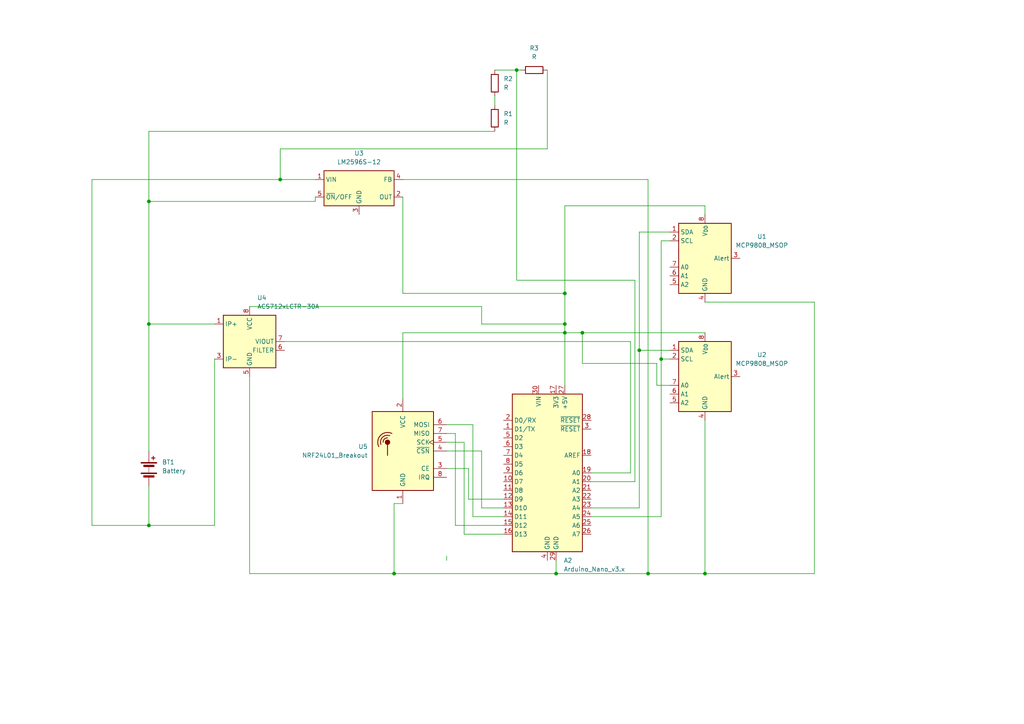
<source format=kicad_sch>
(kicad_sch (version 20231120) (generator "eeschema") (generator_version "8.0")
  (paper "A4")
  (lib_symbols
    (symbol "Device:Battery" (pin_numbers hide) (pin_names (offset 0) hide)
      (property "Reference" "BT" (at 2.54 2.54 0))
      (property "Value" "Battery" (at 2.54 0 0))
      (symbol "Battery_0_1"
        (rectangle (start -2.286 -1.27) (end 2.286 -1.524) (fill (type outline)))
        (rectangle (start -2.286 1.778) (end 2.286 1.524) (fill (type outline)))
        (rectangle (start -1.524 -2.032) (end 1.524 -2.54) (fill (type outline)))
        (rectangle (start -1.524 1.016) (end 1.524 0.508) (fill (type outline)))
        (polyline (pts (xy 0 -1.016) (xy 0 -0.762)))
        (polyline (pts (xy 0 -0.508) (xy 0 -0.254)))
        (polyline (pts (xy 0 0) (xy 0 0.254)))
        (polyline (pts (xy 0 1.778) (xy 0 2.54)))
        (polyline (pts (xy 0.762 3.048) (xy 1.778 3.048)) (stroke (width 0.254)))
        (polyline (pts (xy 1.27 3.556) (xy 1.27 2.54)) (stroke (width 0.254)))
      )
      (symbol "Battery_1_1"
        (pin passive line (at 0 5.08 270) (length 2.54) (name "+") (number "1"))
        (pin passive line (at 0 -5.08 90) (length 2.54) (name "-") (number "2"))
      )
    )
    (symbol "Device:R" (pin_numbers hide) (pin_names (offset 0))
      (property "Reference" "R" (at 2.032 0 90))
      (property "Value" "R" (at 0 0 90))
      (symbol "R_0_1"
        (rectangle (start -1.016 -2.54) (end 1.016 2.54) (stroke (width 0.254)))
      )
      (symbol "R_1_1"
        (pin passive line (at 0 3.81 270) (length 1.27) (name "~") (number "1"))
        (pin passive line (at 0 -3.81 90) (length 1.27) (name "~") (number "2"))
      )
    )
    (symbol "MCU_Module:Arduino_Nano_v3.x"
      (property "Reference" "A" (at -10.16 23.495 0))
      (property "Value" "Arduino_Nano_v3.x" (at 5.08 -24.13 0))
      (symbol "Arduino_Nano_v3.x_0_1"
        (rectangle (start -10.16 22.86) (end 10.16 -22.86) (stroke (width 0.254)) (fill (type background)))
      )
      (symbol "Arduino_Nano_v3.x_1_1"
        (pin bidirectional line (at -12.7 12.7 0) (length 2.54) (name "D1/TX") (number "1"))
        (pin bidirectional line (at -12.7 -2.54 0) (length 2.54) (name "D7") (number "10"))
        (pin bidirectional line (at -12.7 -5.08 0) (length 2.54) (name "D8") (number "11"))
        (pin bidirectional line (at -12.7 -7.62 0) (length 2.54) (name "D9") (number "12"))
        (pin bidirectional line (at -12.7 -10.16 0) (length 2.54) (name "D10") (number "13"))
        (pin bidirectional line (at -12.7 -12.7 0) (length 2.54) (name "D11") (number "14"))
        (pin bidirectional line (at -12.7 -15.24 0) (length 2.54) (name "D12") (number "15"))
        (pin bidirectional line (at -12.7 -17.78 0) (length 2.54) (name "D13") (number "16"))
        (pin power_out line (at 2.54 25.4 270) (length 2.54) (name "3V3") (number "17"))
        (pin input line (at 12.7 5.08 180) (length 2.54) (name "AREF") (number "18"))
        (pin bidirectional line (at 12.7 0 180) (length 2.54) (name "A0") (number "19"))
        (pin bidirectional line (at -12.7 15.24 0) (length 2.54) (name "D0/RX") (number "2"))
        (pin bidirectional line (at 12.7 -2.54 180) (length 2.54) (name "A1") (number "20"))
        (pin bidirectional line (at 12.7 -5.08 180) (length 2.54) (name "A2") (number "21"))
        (pin bidirectional line (at 12.7 -7.62 180) (length 2.54) (name "A3") (number "22"))
        (pin bidirectional line (at 12.7 -10.16 180) (length 2.54) (name "A4") (number "23"))
        (pin bidirectional line (at 12.7 -12.7 180) (length 2.54) (name "A5") (number "24"))
        (pin bidirectional line (at 12.7 -15.24 180) (length 2.54) (name "A6") (number "25"))
        (pin bidirectional line (at 12.7 -17.78 180) (length 2.54) (name "A7") (number "26"))
        (pin power_out line (at 5.08 25.4 270) (length 2.54) (name "+5V") (number "27"))
        (pin input line (at 12.7 15.24 180) (length 2.54) (name "~{RESET}") (number "28"))
        (pin power_in line (at 2.54 -25.4 90) (length 2.54) (name "GND") (number "29"))
        (pin input line (at 12.7 12.7 180) (length 2.54) (name "~{RESET}") (number "3"))
        (pin power_in line (at -2.54 25.4 270) (length 2.54) (name "VIN") (number "30"))
        (pin power_in line (at 0 -25.4 90) (length 2.54) (name "GND") (number "4"))
        (pin bidirectional line (at -12.7 10.16 0) (length 2.54) (name "D2") (number "5"))
        (pin bidirectional line (at -12.7 7.62 0) (length 2.54) (name "D3") (number "6"))
        (pin bidirectional line (at -12.7 5.08 0) (length 2.54) (name "D4") (number "7"))
        (pin bidirectional line (at -12.7 2.54 0) (length 2.54) (name "D5") (number "8"))
        (pin bidirectional line (at -12.7 0 0) (length 2.54) (name "D6") (number "9"))
      )
    )
    (symbol "RF:NRF24L01_Breakout" (pin_names (offset 1.016))
      (property "Reference" "U" (at -8.89 12.7 0))
      (property "Value" "NRF24L01_Breakout" (at 3.81 12.7 0))
      (symbol "NRF24L01_Breakout_0_1"
        (rectangle (start -8.89 11.43) (end 8.89 -11.43) (stroke (width 0.254)) (fill (type background)))
        (polyline (pts (xy 4.445 1.905) (xy 4.445 -1.27)) (stroke (width 0.254)))
        (circle (center 4.445 2.54) (radius 0.635) (stroke (width 0.254)) (fill (type outline)))
        (arc (start 5.715 2.54) (mid 5.3521 3.4546) (end 4.445 3.81) (stroke (width 0.254)))
        (arc (start 6.35 1.905) (mid 5.8763 3.9854) (end 3.81 4.445) (stroke (width 0.254)))
        (arc (start 6.985 1.27) (mid 6.453 4.548) (end 3.175 5.08) (stroke (width 0.254)))
      )
      (symbol "NRF24L01_Breakout_1_1"
        (pin power_in line (at 0 -15.24 90) (length 3.81) (name "GND") (number "1"))
        (pin power_in line (at 0 15.24 270) (length 3.81) (name "VCC") (number "2"))
        (pin input line (at -12.7 -5.08 0) (length 3.81) (name "CE") (number "3"))
        (pin input line (at -12.7 0 0) (length 3.81) (name "~{CSN}") (number "4"))
        (pin input clock (at -12.7 2.54 0) (length 3.81) (name "SCK") (number "5"))
        (pin input line (at -12.7 7.62 0) (length 3.81) (name "MOSI") (number "6"))
        (pin output line (at -12.7 5.08 0) (length 3.81) (name "MISO") (number "7"))
        (pin output line (at -12.7 -7.62 0) (length 3.81) (name "IRQ") (number "8"))
      )
    )
    (symbol "Regulator_Switching:LM2596S-12"
      (property "Reference" "U" (at -10.16 6.35 0))
      (property "Value" "LM2596S-12" (at 0 6.35 0))
      (symbol "LM2596S-12_0_1"
        (rectangle (start -10.16 5.08) (end 10.16 -5.08) (stroke (width 0.254)) (fill (type background)))
      )
      (symbol "LM2596S-12_1_1"
        (pin power_in line (at -12.7 2.54 0) (length 2.54) (name "VIN") (number "1"))
        (pin output line (at 12.7 -2.54 180) (length 2.54) (name "OUT") (number "2"))
        (pin power_in line (at 0 -7.62 90) (length 2.54) (name "GND") (number "3"))
        (pin input line (at 12.7 2.54 180) (length 2.54) (name "FB") (number "4"))
        (pin input line (at -12.7 -2.54 0) (length 2.54) (name "~{ON}/OFF") (number "5"))
      )
    )
    (symbol "Sensor_Current:ACS712xLCTR-30A"
      (property "Reference" "U" (at 2.54 11.43 0))
      (property "Value" "ACS712xLCTR-30A" (at 2.54 8.89 0))
      (symbol "ACS712xLCTR-30A_0_1"
        (rectangle (start -7.62 7.62) (end 7.62 -7.62) (stroke (width 0.254)) (fill (type background)))
      )
      (symbol "ACS712xLCTR-30A_1_1"
        (pin passive line (at -10.16 5.08 0) (length 2.54) (name "IP+") (number "1"))
        (pin passive line (at -10.16 5.08 0) (length 2.54) hide (name "IP+") (number "2"))
        (pin passive line (at -10.16 -5.08 0) (length 2.54) (name "IP-") (number "3"))
        (pin passive line (at -10.16 -5.08 0) (length 2.54) hide (name "IP-") (number "4"))
        (pin power_in line (at 0 -10.16 90) (length 2.54) (name "GND") (number "5"))
        (pin passive line (at 10.16 -2.54 180) (length 2.54) (name "FILTER") (number "6"))
        (pin output line (at 10.16 0 180) (length 2.54) (name "VIOUT") (number "7"))
        (pin power_in line (at 0 10.16 270) (length 2.54) (name "VCC") (number "8"))
      )
    )
    (symbol "Sensor_Temperature:MCP9808_MSOP"
      (property "Reference" "U" (at -6.35 11.43 0))
      (property "Value" "MCP9808_MSOP" (at 10.16 11.43 0))
      (symbol "MCP9808_MSOP_0_1"
        (rectangle (start -7.62 10.16) (end 7.62 -10.16) (stroke (width 0.254)) (fill (type background)))
      )
      (symbol "MCP9808_MSOP_1_1"
        (pin bidirectional line (at -10.16 7.62 0) (length 2.54) (name "SDA") (number "1"))
        (pin input line (at -10.16 5.08 0) (length 2.54) (name "SCL") (number "2"))
        (pin output line (at 10.16 0 180) (length 2.54) (name "Alert") (number "3"))
        (pin power_in line (at 0 -12.7 90) (length 2.54) (name "GND") (number "4"))
        (pin input line (at -10.16 -7.62 0) (length 2.54) (name "A2") (number "5"))
        (pin input line (at -10.16 -5.08 0) (length 2.54) (name "A1") (number "6"))
        (pin input line (at -10.16 -2.54 0) (length 2.54) (name "A0") (number "7"))
        (pin power_in line (at 0 12.7 270) (length 2.54) (name "V_{DD}") (number "8"))
      )
    )
  )
  (junction (at 191.77 104.14))
  (junction (at 163.83 96.52))
  (junction (at 168.91 96.52))
  (junction (at 43.18 93.98))
  (junction (at 204.47 166.37))
  (junction (at 149.86 20.32))
  (junction (at 43.18 58.42))
  (junction (at 114.3 166.37))
  (junction (at 163.83 93.98))
  (junction (at 81.28 52.07))
  (junction (at 185.42 101.6))
  (junction (at 161.29 166.37))
  (junction (at 187.96 166.37))
  (junction (at 43.18 152.4))
  (junction (at 163.83 85.09))
  (wire (pts (xy 129.54 130.81) (xy 139.7 130.81)))
  (wire (pts (xy 158.75 20.32) (xy 158.75 43.18)))
  (wire (pts (xy 149.86 20.32) (xy 151.13 20.32)))
  (wire (pts (xy 191.77 69.85) (xy 191.77 104.14)))
  (wire (pts (xy 116.84 96.52) (xy 163.83 96.52)))
  (wire (pts (xy 43.18 58.42) (xy 91.44 58.42)))
  (wire (pts (xy 143.51 38.1) (xy 43.18 38.1)))
  (wire (pts (xy 149.86 20.32) (xy 149.86 81.28)))
  (wire (pts (xy 161.29 166.37) (xy 161.29 162.56)))
  (wire (pts (xy 182.88 99.06) (xy 182.88 137.16)))
  (wire (pts (xy 236.22 87.63) (xy 236.22 166.37)))
  (wire (pts (xy 26.67 152.4) (xy 26.67 52.07)))
  (wire (pts (xy 139.7 88.9) (xy 139.7 93.98)))
  (wire (pts (xy 139.7 93.98) (xy 163.83 93.98)))
  (wire (pts (xy 43.18 140.97) (xy 43.18 152.4)))
  (wire (pts (xy 184.15 139.7) (xy 171.45 139.7)))
  (wire (pts (xy 91.44 58.42) (xy 91.44 57.15)))
  (wire (pts (xy 163.83 93.98) (xy 163.83 96.52)))
  (wire (pts (xy 171.45 147.32) (xy 185.42 147.32)))
  (wire (pts (xy 116.84 115.57) (xy 116.84 96.52)))
  (wire (pts (xy 62.23 152.4) (xy 62.23 104.14)))
  (wire (pts (xy 43.18 93.98) (xy 62.23 93.98)))
  (wire (pts (xy 204.47 121.92) (xy 204.47 166.37)))
  (wire (pts (xy 129.54 123.19) (xy 137.16 123.19)))
  (wire (pts (xy 191.77 149.86) (xy 191.77 104.14)))
  (wire (pts (xy 43.18 93.98) (xy 43.18 130.81)))
  (wire (pts (xy 171.45 149.86) (xy 191.77 149.86)))
  (wire (pts (xy 204.47 62.23) (xy 204.47 59.69)))
  (wire (pts (xy 26.67 52.07) (xy 81.28 52.07)))
  (wire (pts (xy 190.5 105.41) (xy 190.5 111.76)))
  (wire (pts (xy 81.28 43.18) (xy 81.28 52.07)))
  (wire (pts (xy 134.62 154.94) (xy 146.05 154.94)))
  (wire (pts (xy 184.15 81.28) (xy 184.15 139.7)))
  (wire (pts (xy 72.39 166.37) (xy 114.3 166.37)))
  (wire (pts (xy 72.39 88.9) (xy 139.7 88.9)))
  (wire (pts (xy 187.96 52.07) (xy 187.96 166.37)))
  (wire (pts (xy 143.51 20.32) (xy 149.86 20.32)))
  (wire (pts (xy 132.08 125.73) (xy 132.08 152.4)))
  (wire (pts (xy 139.7 147.32) (xy 146.05 147.32)))
  (wire (pts (xy 82.55 99.06) (xy 182.88 99.06)))
  (wire (pts (xy 114.3 166.37) (xy 161.29 166.37)))
  (wire (pts (xy 116.84 57.15) (xy 116.84 85.09)))
  (wire (pts (xy 168.91 96.52) (xy 168.91 105.41)))
  (wire (pts (xy 43.18 152.4) (xy 62.23 152.4)))
  (wire (pts (xy 194.31 69.85) (xy 191.77 69.85)))
  (wire (pts (xy 163.83 85.09) (xy 163.83 93.98)))
  (wire (pts (xy 185.42 67.31) (xy 194.31 67.31)))
  (wire (pts (xy 116.84 52.07) (xy 187.96 52.07)))
  (wire (pts (xy 185.42 101.6) (xy 194.31 101.6)))
  (wire (pts (xy 129.54 161.29) (xy 129.54 162.56)))
  (wire (pts (xy 137.16 149.86) (xy 146.05 149.86)))
  (wire (pts (xy 204.47 87.63) (xy 236.22 87.63)))
  (wire (pts (xy 135.89 135.89) (xy 135.89 144.78)))
  (wire (pts (xy 163.83 59.69) (xy 163.83 85.09)))
  (wire (pts (xy 129.54 128.27) (xy 134.62 128.27)))
  (wire (pts (xy 137.16 123.19) (xy 137.16 149.86)))
  (wire (pts (xy 190.5 111.76) (xy 194.31 111.76)))
  (wire (pts (xy 114.3 146.05) (xy 114.3 166.37)))
  (wire (pts (xy 116.84 85.09) (xy 163.83 85.09)))
  (wire (pts (xy 190.5 105.41) (xy 168.91 105.41)))
  (wire (pts (xy 149.86 81.28) (xy 184.15 81.28)))
  (wire (pts (xy 185.42 101.6) (xy 185.42 67.31)))
  (wire (pts (xy 43.18 152.4) (xy 26.67 152.4)))
  (wire (pts (xy 143.51 27.94) (xy 143.51 30.48)))
  (wire (pts (xy 236.22 166.37) (xy 204.47 166.37)))
  (wire (pts (xy 163.83 96.52) (xy 168.91 96.52)))
  (wire (pts (xy 139.7 130.81) (xy 139.7 147.32)))
  (wire (pts (xy 187.96 166.37) (xy 161.29 166.37)))
  (wire (pts (xy 182.88 137.16) (xy 171.45 137.16)))
  (wire (pts (xy 163.83 96.52) (xy 163.83 111.76)))
  (wire (pts (xy 204.47 59.69) (xy 163.83 59.69)))
  (wire (pts (xy 129.54 135.89) (xy 135.89 135.89)))
  (wire (pts (xy 168.91 96.52) (xy 204.47 96.52)))
  (wire (pts (xy 129.54 125.73) (xy 132.08 125.73)))
  (wire (pts (xy 185.42 147.32) (xy 185.42 101.6)))
  (wire (pts (xy 134.62 128.27) (xy 134.62 154.94)))
  (wire (pts (xy 191.77 104.14) (xy 194.31 104.14)))
  (wire (pts (xy 43.18 93.98) (xy 43.18 58.42)))
  (wire (pts (xy 132.08 152.4) (xy 146.05 152.4)))
  (wire (pts (xy 81.28 52.07) (xy 91.44 52.07)))
  (wire (pts (xy 116.84 146.05) (xy 114.3 146.05)))
  (wire (pts (xy 72.39 109.22) (xy 72.39 166.37)))
  (wire (pts (xy 204.47 166.37) (xy 187.96 166.37)))
  (wire (pts (xy 158.75 43.18) (xy 81.28 43.18)))
  (wire (pts (xy 43.18 38.1) (xy 43.18 58.42)))
  (wire (pts (xy 135.89 144.78) (xy 146.05 144.78)))
  (symbol (lib_id "Sensor_Current:ACS712xLCTR-30A") (at 72.39 99.06 0) (unit 1)
    (property "Reference" "U4" (at 74.5841 86.36 0) (effects (justify left)))
    (property "Value" "ACS712xLCTR-30A" (at 74.5841 88.9 0) (effects (justify left)))
    (property "Footprint" "Package_SO:SOIC-8_3.9x4.9mm_P1.27mm" (effects (hide yes)))
    (property "Datasheet" "http://www.allegromicro.com/~/media/Files/Datasheets/ACS712-Datasheet.ashx?la=en" (effects (hide yes)))
    (property "Description" "±30A Bidirectional Hall-Effect Current Sensor, +5.0V supply, 66mV/A, SOIC-8" (effects (hide yes)))
  )
  (symbol (lib_id "Device:R") (at 154.94 20.32 270) (unit 1)
    (property "Reference" "R3" (at 154.94 13.97 90))
    (property "Value" "R" (at 154.94 16.51 90))
    (property "Footprint" "OptoDevice:R_LDR_4.9x4.2mm_P2.54mm_Vertical" (effects (hide yes)))
    (property "Description" "Resistor" (effects (hide yes)))
  )
  (symbol (lib_id "Regulator_Switching:LM2596S-12") (at 104.14 54.61 0) (unit 1)
    (property "Reference" "U3" (at 104.14 44.45 0))
    (property "Value" "LM2596S-12" (at 104.14 46.99 0))
    (property "Footprint" "Package_TO_SOT_SMD:TO-263-5_TabPin3" (effects (hide yes)))
    (property "Datasheet" "http://www.ti.com/lit/ds/symlink/lm2596.pdf" (effects (hide yes)))
    (property "Description" "12V 3A Step-Down Voltage Regulator, TO-263" (effects (hide yes)))
  )
  (symbol (lib_id "Sensor_Temperature:MCP9808_MSOP") (at 204.47 109.22 0) (unit 1)
    (property "Reference" "U2" (at 220.98 102.9014 0))
    (property "Value" "MCP9808_MSOP" (at 220.98 105.4414 0))
    (property "Footprint" "Package_TO_SOT_SMD:SOT-23" (effects (hide yes)))
    (property "Datasheet" "http://ww1.microchip.com/downloads/en/DeviceDoc/22203b.pdf" (effects (hide yes)))
    (property "Description" "+/-0.25C (+/-0.5C) Typical (Maximum), Digital Temperature Sensor, MSOP-8" (effects (hide yes)))
  )
  (symbol (lib_id "RF:NRF24L01_Breakout") (at 116.84 130.81 0) (mirror y) (unit 1)
    (property "Reference" "U5" (at 106.68 129.5399 0) (effects (justify left)))
    (property "Value" "NRF24L01_Breakout" (at 106.68 132.0799 0) (effects (justify left)))
    (property "Footprint" "RF_Module:nRF24L01_Breakout" (effects (hide yes)))
    (property "Datasheet" "http://www.nordicsemi.com/eng/content/download/2730/34105/file/nRF24L01_Product_Specification_v2_0.pdf" (effects (hide yes)))
    (property "Description" "Ultra low power 2.4GHz RF Transceiver, Carrier PCB" (effects (hide yes)))
  )
  (symbol (lib_id "Sensor_Temperature:MCP9808_MSOP") (at 204.47 74.93 0) (unit 1)
    (property "Reference" "U1" (at 220.98 68.6114 0))
    (property "Value" "MCP9808_MSOP" (at 220.98 71.1514 0))
    (property "Footprint" "Package_TO_SOT_SMD:SOT-23" (effects (hide yes)))
    (property "Datasheet" "http://ww1.microchip.com/downloads/en/DeviceDoc/22203b.pdf" (effects (hide yes)))
    (property "Description" "+/-0.25C (+/-0.5C) Typical (Maximum), Digital Temperature Sensor, MSOP-8" (effects (hide yes)))
  )
  (symbol (lib_id "Device:R") (at 143.51 24.13 0) (unit 1)
    (property "Reference" "R2" (at 146.05 22.8599 0) (effects (justify left)))
    (property "Value" "R" (at 146.05 25.3999 0) (effects (justify left)))
    (property "Footprint" "OptoDevice:R_LDR_4.9x4.2mm_P2.54mm_Vertical" (effects (hide yes)))
    (property "Description" "Resistor" (effects (hide yes)))
  )
  (symbol (lib_id "MCU_Module:Arduino_Nano_v3.x") (at 158.75 137.16 0) (unit 1)
    (property "Reference" "A2" (at 163.4841 162.56 0) (effects (justify left)))
    (property "Value" "Arduino_Nano_v3.x" (at 163.4841 165.1 0) (effects (justify left)))
    (property "Footprint" "Module:Arduino_Nano" (effects (hide yes)))
    (property "Datasheet" "http://www.mouser.com/pdfdocs/Gravitech_Arduino_Nano3_0.pdf" (effects (hide yes)))
    (property "Description" "Arduino Nano v3.x" (effects (hide yes)))
  )
  (symbol (lib_id "Device:Battery") (at 43.18 135.89 0) (unit 1)
    (property "Reference" "BT1" (at 46.99 134.0484 0) (effects (justify left)))
    (property "Value" "Battery" (at 46.99 136.5884 0) (effects (justify left)))
    (property "Description" "Multiple-cell battery" (effects (hide yes)))
  )
  (symbol (lib_id "Device:R") (at 143.51 34.29 0) (unit 1)
    (property "Reference" "R1" (at 146.05 33.0199 0) (effects (justify left)))
    (property "Value" "R" (at 146.05 35.5599 0) (effects (justify left)))
    (property "Footprint" "OptoDevice:R_LDR_4.9x4.2mm_P2.54mm_Vertical" (effects (hide yes)))
    (property "Description" "Resistor" (effects (hide yes)))
  )
)
</source>
